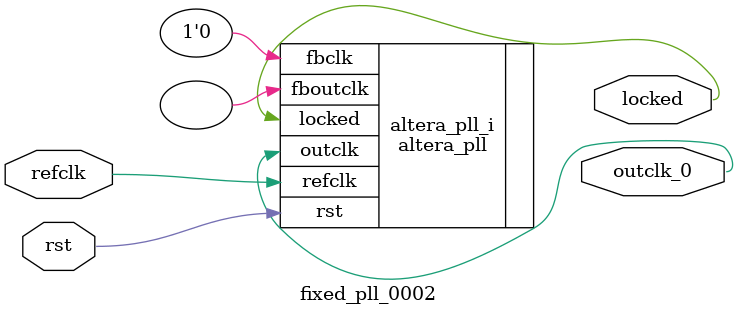
<source format=v>
`timescale 1ns/10ps
module  fixed_pll_0002(

	// interface 'refclk'
	input wire refclk,

	// interface 'reset'
	input wire rst,

	// interface 'outclk0'
	output wire outclk_0,

	// interface 'locked'
	output wire locked
);

	altera_pll #(
		.fractional_vco_multiplier("false"),
		.reference_clock_frequency("200.0 MHz"),
		.operation_mode("direct"),
		.number_of_clocks(1),
		.output_clock_frequency0("175.000000 MHz"),
		.phase_shift0("0 ps"),
		.duty_cycle0(50),
		.output_clock_frequency1("0 MHz"),
		.phase_shift1("0 ps"),
		.duty_cycle1(50),
		.output_clock_frequency2("0 MHz"),
		.phase_shift2("0 ps"),
		.duty_cycle2(50),
		.output_clock_frequency3("0 MHz"),
		.phase_shift3("0 ps"),
		.duty_cycle3(50),
		.output_clock_frequency4("0 MHz"),
		.phase_shift4("0 ps"),
		.duty_cycle4(50),
		.output_clock_frequency5("0 MHz"),
		.phase_shift5("0 ps"),
		.duty_cycle5(50),
		.output_clock_frequency6("0 MHz"),
		.phase_shift6("0 ps"),
		.duty_cycle6(50),
		.output_clock_frequency7("0 MHz"),
		.phase_shift7("0 ps"),
		.duty_cycle7(50),
		.output_clock_frequency8("0 MHz"),
		.phase_shift8("0 ps"),
		.duty_cycle8(50),
		.output_clock_frequency9("0 MHz"),
		.phase_shift9("0 ps"),
		.duty_cycle9(50),
		.output_clock_frequency10("0 MHz"),
		.phase_shift10("0 ps"),
		.duty_cycle10(50),
		.output_clock_frequency11("0 MHz"),
		.phase_shift11("0 ps"),
		.duty_cycle11(50),
		.output_clock_frequency12("0 MHz"),
		.phase_shift12("0 ps"),
		.duty_cycle12(50),
		.output_clock_frequency13("0 MHz"),
		.phase_shift13("0 ps"),
		.duty_cycle13(50),
		.output_clock_frequency14("0 MHz"),
		.phase_shift14("0 ps"),
		.duty_cycle14(50),
		.output_clock_frequency15("0 MHz"),
		.phase_shift15("0 ps"),
		.duty_cycle15(50),
		.output_clock_frequency16("0 MHz"),
		.phase_shift16("0 ps"),
		.duty_cycle16(50),
		.output_clock_frequency17("0 MHz"),
		.phase_shift17("0 ps"),
		.duty_cycle17(50),
		.pll_type("General"),
		.pll_subtype("General")
	) altera_pll_i (
		.rst	(rst),
		.outclk	({outclk_0}),
		.locked	(locked),
		.fboutclk	( ),
		.fbclk	(1'b0),
		.refclk	(refclk)
	);
endmodule


</source>
